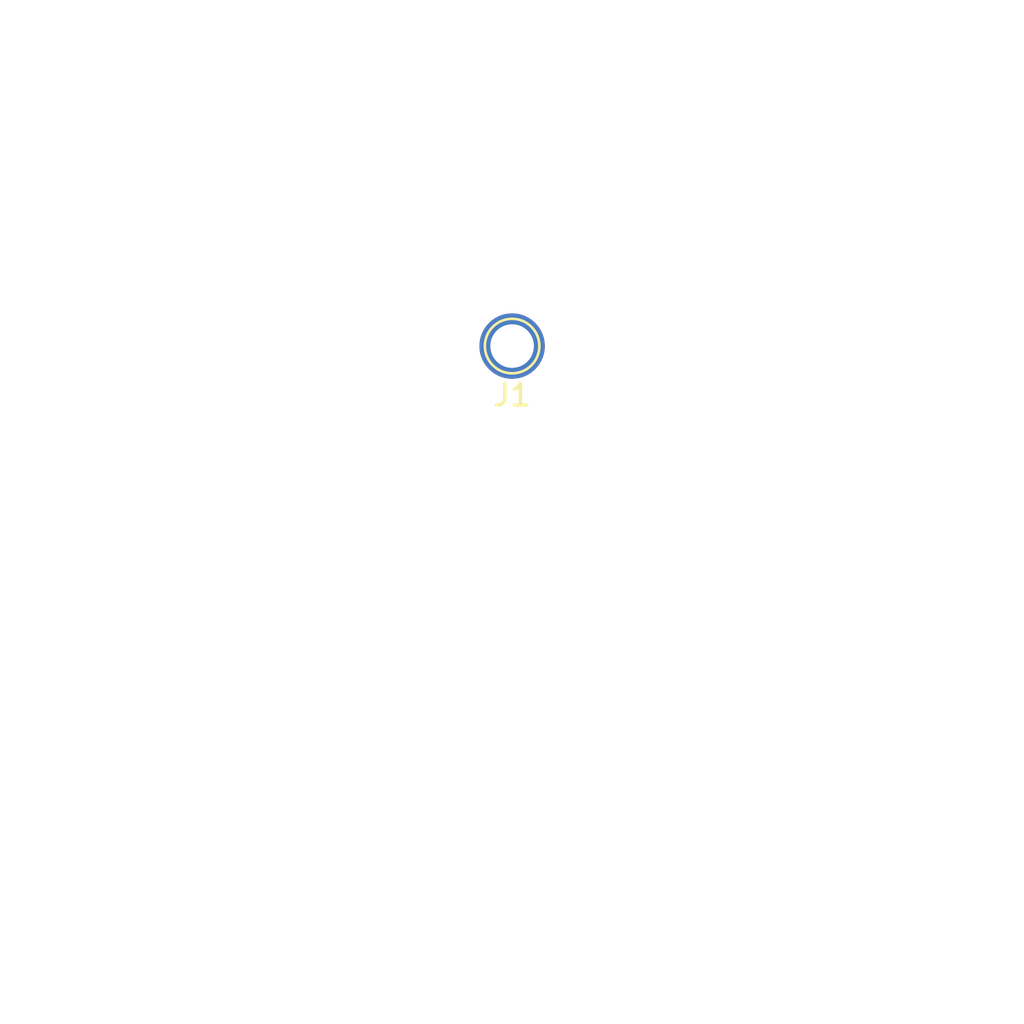
<source format=kicad_pcb>
(kicad_pcb (version 20171130) (host pcbnew 5.1.6-c6e7f7d~87~ubuntu20.04.1)

  (general
    (thickness 1.6)
    (drawings 4)
    (tracks 0)
    (zones 0)
    (modules 1)
    (nets 2)
  )

  (page A4)
  (layers
    (0 Top signal)
    (31 Bottom signal)
    (32 B.Adhes user)
    (33 F.Adhes user)
    (34 B.Paste user)
    (35 F.Paste user)
    (36 B.SilkS user)
    (37 F.SilkS user)
    (38 B.Mask user)
    (39 F.Mask user)
    (40 Dwgs.User user)
    (41 Cmts.User user)
    (42 Eco1.User user)
    (43 Eco2.User user)
    (44 Edge.Cuts user)
    (45 Margin user)
    (46 B.CrtYd user)
    (47 F.CrtYd user)
    (48 B.Fab user)
    (49 F.Fab user)
  )

  (setup
    (last_trace_width 0.25)
    (trace_clearance 0.0254)
    (zone_clearance 0.000001)
    (zone_45_only no)
    (trace_min 0.2)
    (via_size 0.8)
    (via_drill 0.4)
    (via_min_size 0.4)
    (via_min_drill 0.3)
    (uvia_size 0.3)
    (uvia_drill 0.1)
    (uvias_allowed no)
    (uvia_min_size 0.2)
    (uvia_min_drill 0.1)
    (edge_width 0.05)
    (segment_width 0.2)
    (pcb_text_width 0.3)
    (pcb_text_size 1.5 1.5)
    (mod_edge_width 0.12)
    (mod_text_size 1 1)
    (mod_text_width 0.15)
    (pad_size 3 3)
    (pad_drill 2)
    (pad_to_mask_clearance 0.05)
    (aux_axis_origin 0 0)
    (visible_elements FFFFFF7F)
    (pcbplotparams
      (layerselection 0x010fc_ffffffff)
      (usegerberextensions false)
      (usegerberattributes true)
      (usegerberadvancedattributes true)
      (creategerberjobfile true)
      (excludeedgelayer true)
      (linewidth 0.100000)
      (plotframeref false)
      (viasonmask false)
      (mode 1)
      (useauxorigin false)
      (hpglpennumber 1)
      (hpglpenspeed 20)
      (hpglpendiameter 15.000000)
      (psnegative false)
      (psa4output false)
      (plotreference true)
      (plotvalue true)
      (plotinvisibletext false)
      (padsonsilk false)
      (subtractmaskfromsilk false)
      (outputformat 1)
      (mirror false)
      (drillshape 0)
      (scaleselection 1)
      (outputdirectory "Gerbers/"))
  )

  (net 0 "")
  (net 1 /RF_COPPER)

  (net_class Default "This is the default net class."
    (clearance 0.0254)
    (trace_width 0.25)
    (via_dia 0.8)
    (via_drill 0.4)
    (uvia_dia 0.3)
    (uvia_drill 0.1)
    (add_net /RF_COPPER)
  )

  (module Connector_Pin:Pin_D1.0mm_L10.0mm (layer Top) (tedit 5F57D3A2) (tstamp 5F58343B)
    (at 148.5011 97.3836)
    (descr "solder Pin_ diameter 1.0mm, hole diameter 1.0mm (press fit), length 10.0mm")
    (tags "solder Pin_ press fit")
    (path /5F57DB6D)
    (fp_text reference J1 (at 0 2.25) (layer F.SilkS)
      (effects (font (size 1 1) (thickness 0.15)))
    )
    (fp_text value "RF Connector" (at 0 -2.05) (layer F.Fab)
      (effects (font (size 1 1) (thickness 0.15)))
    )
    (fp_text user %R (at 0 2.25) (layer F.Fab)
      (effects (font (size 1 1) (thickness 0.15)))
    )
    (fp_circle (center 0 0) (end 1.5 0) (layer F.CrtYd) (width 0.05))
    (fp_circle (center 0 0) (end 0.5 0) (layer F.Fab) (width 0.12))
    (fp_circle (center 0 0) (end 1 0) (layer F.Fab) (width 0.12))
    (fp_circle (center 0 0) (end 1.25 0.05) (layer F.SilkS) (width 0.12))
    (pad 1 thru_hole circle (at 0 0) (size 3 3) (drill 2) (layers *.Cu *.Mask)
      (net 1 /RF_COPPER))
    (model ${KISYS3DMOD}/Connector_Pin.3dshapes/Pin_D1.0mm_L10.0mm.wrl
      (at (xyz 0 0 0))
      (scale (xyz 1 1 1))
      (rotate (xyz 0 0 0))
    )
  )

  (gr_line (start 172.0011 128.5036) (end 172.0011 81.5036) (layer Edge.Cuts) (width 0.001) (tstamp 1147DC90))
  (gr_line (start 172.0011 81.5036) (end 125.0011 81.5036) (layer Edge.Cuts) (width 0.001) (tstamp 1147E1D0))
  (gr_line (start 125.0011 81.5036) (end 125.0011 128.5036) (layer Edge.Cuts) (width 0.001) (tstamp 1147E6B0))
  (gr_line (start 125.0011 128.5036) (end 172.0011 128.5036) (layer Edge.Cuts) (width 0.001) (tstamp 1147EB90))

  (zone (net 0) (net_name "") (layer Top) (tstamp 1147F100) (hatch edge 0.508)
    (priority 6)
    (connect_pads (clearance 0.000001))
    (min_thickness 0.0254)
    (keepout (tracks not_allowed) (vias not_allowed) (copperpour not_allowed))
    (fill (arc_segments 32) (thermal_gap 0.051) (thermal_bridge_width 0.051))
    (polygon
      (pts
        (xy 143.5076 112.1981) (xy 153.5066 112.1981) (xy 153.5066 107.6981) (xy 155.0076 107.6981) (xy 155.0076 113.6991)
        (xy 142.0066 113.6991) (xy 142.0066 107.6981) (xy 143.5076 107.6981)
      )
    )
  )
  (zone (net 0) (net_name "") (layer Top) (tstamp 5F57CF87) (hatch edge 0.508)
    (priority 6)
    (connect_pads (clearance 0.000001))
    (min_thickness 0.0254)
    (fill (arc_segments 32) (thermal_gap 0.051) (thermal_bridge_width 0.051))
    (polygon
      (pts
        (xy 161.6326 112.428807) (xy 155.932307 118.1291) (xy 135.3816 118.1291) (xy 135.3816 97.578393) (xy 141.081893 91.8781)
        (xy 161.6326 91.8781)
      )
    )
  )
  (zone (net 0) (net_name "") (layer Bottom) (tstamp 5F57CF84) (hatch edge 0.508)
    (priority 6)
    (connect_pads (clearance 0.000001))
    (min_thickness 0.0254)
    (fill (arc_segments 32) (thermal_gap 0.051) (thermal_bridge_width 0.051))
    (polygon
      (pts
        (xy 171.9966 128.4991) (xy 125.0056 128.4991) (xy 125.0056 81.5081) (xy 171.9966 81.5081)
      )
    )
  )
)

</source>
